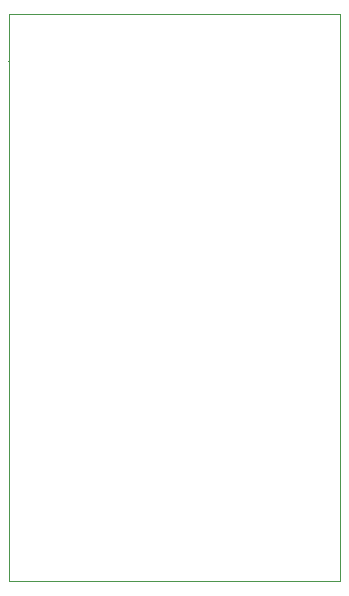
<source format=gbr>
%TF.GenerationSoftware,KiCad,Pcbnew,8.0.8*%
%TF.CreationDate,2025-01-29T17:03:44+00:00*%
%TF.ProjectId,ec30_2x4_l2_mh_0.1,65633330-5f32-4783-945f-6c325f6d685f,v0.1*%
%TF.SameCoordinates,PX8d24d00PY36d6160*%
%TF.FileFunction,Other,User*%
%FSLAX46Y46*%
G04 Gerber Fmt 4.6, Leading zero omitted, Abs format (unit mm)*
G04 Created by KiCad (PCBNEW 8.0.8) date 2025-01-29 17:03:44*
%MOMM*%
%LPD*%
G01*
G04 APERTURE LIST*
%ADD10C,0.100000*%
%ADD11C,0.130000*%
%ADD12C,0.120000*%
%ADD13C,0.110000*%
G04 APERTURE END LIST*
D10*
X-14000000Y24000000D02*
X14000000Y24000000D01*
X14000000Y-24000000D01*
X-14000000Y-24000000D01*
X-14000000Y24000000D01*
D11*
%TO.C,GS1*%
X-14000000Y20000000D02*
X-14000000Y20000000D01*
D12*
%TO.C,GS2*%
X14000000Y-20000000D02*
X14000000Y-20000000D01*
D13*
%TO.C,GS3*%
X-10000000Y-24000000D02*
X-10000000Y-24000000D01*
%TD*%
M02*

</source>
